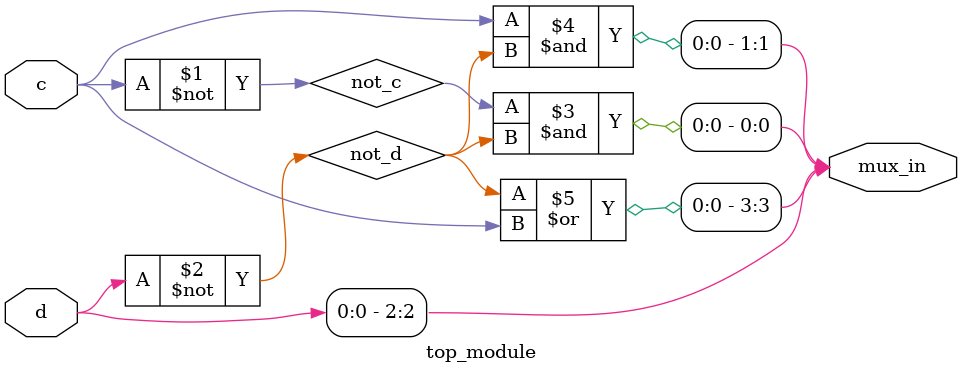
<source format=sv>
module top_module (
    input c,
    input d,
    output [3:0] mux_in
);

    wire not_c = ~c;
    wire not_d = ~d;

    assign mux_in[0] = not_c & not_d;   // K-map: 00  -->  Function F = 0
    assign mux_in[1] = c & not_d;       // K-map: 01  -->  Function F = 1
    assign mux_in[2] = d;               // K-map: 11  -->  Function F = d
    assign mux_in[3] = not_d | c;       // K-map: 10  -->  Function F = 1

endmodule

</source>
